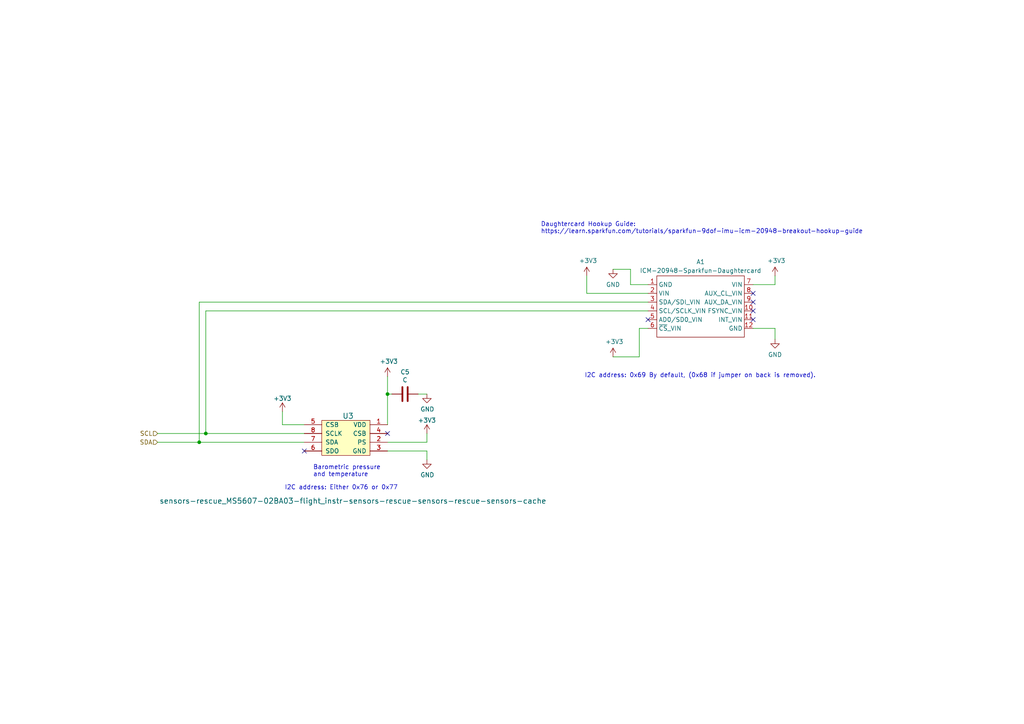
<source format=kicad_sch>
(kicad_sch (version 20211123) (generator eeschema)
  (paper "A4")
  (lib_symbols
    (symbol "Device:C" (pin_numbers hide) (pin_names (offset 0.254))
      (property "Reference" "C" (at 0.635 2.54 0))
      (property "Value" "C" (at 0.635 -2.54 0))
      (symbol "C_0_1"
        (polyline (pts (xy -2.032 -0.762) (xy 2.032 -0.762)) (stroke (width 0.508)))
        (polyline (pts (xy -2.032 0.762) (xy 2.032 0.762)) (stroke (width 0.508)))
      )
      (symbol "C_1_1"
        (pin passive line (at 0 3.81 270) (length 2.794) (name "~") (number "1"))
        (pin passive line (at 0 -3.81 90) (length 2.794) (name "~") (number "2"))
      )
    )
    (symbol "icm-20948-daughtercard:ICM-20948-Sparkfun-Daughtercard"
      (property "Reference" "A" (at 0 13.462 0))
      (property "Value" "ICM-20948-Sparkfun-Daughtercard" (at 0 11.684 0))
      (symbol "ICM-20948-Sparkfun-Daughtercard_0_1"
        (rectangle (start -12.7 10.16) (end 12.7 -7.62))
      )
      (symbol "ICM-20948-Sparkfun-Daughtercard_1_1"
        (pin power_in line (at -15.24 7.62 0) (length 2.54) (name "GND") (number "1"))
        (pin output line (at 15.24 0 180) (length 2.54) (name "FSYNC_VIN") (number "10"))
        (pin output line (at 15.24 -2.54 180) (length 2.54) (name "INT_VIN") (number "11"))
        (pin power_in line (at 15.24 -5.08 180) (length 2.54) (name "GND") (number "12"))
        (pin power_in line (at -15.24 5.08 0) (length 2.54) (name "VIN") (number "2"))
        (pin input line (at -15.24 2.54 0) (length 2.54) (name "SDA/SDI_VIN") (number "3"))
        (pin input line (at -15.24 0 0) (length 2.54) (name "SCL/SCLK_VIN") (number "4"))
        (pin input line (at -15.24 -2.54 0) (length 2.54) (name "AD0/SD0_VIN") (number "5"))
        (pin input line (at -15.24 -5.08 0) (length 2.54) (name "~{CS}_VIN") (number "6"))
        (pin power_in line (at 15.24 7.62 180) (length 2.54) (name "VIN") (number "7"))
        (pin power_in line (at 15.24 5.08 180) (length 2.54) (name "AUX_CL_VIN") (number "8"))
        (pin output line (at 15.24 2.54 180) (length 2.54) (name "AUX_DA_VIN") (number "9"))
      )
    )
    (symbol "power:+3V3" (power) (pin_names (offset 0))
      (property "Value" "+3V3" (at 0 3.556 0))
      (symbol "+3V3_0_1"
        (polyline (pts (xy -0.762 1.27) (xy 0 2.54)))
        (polyline (pts (xy 0 0) (xy 0 2.54)))
        (polyline (pts (xy 0 2.54) (xy 0.762 1.27)))
      )
      (symbol "+3V3_1_1"
        (pin power_in line (at 0 0 90) (length 0) hide (name "+3V3") (number "1"))
      )
    )
    (symbol "power:GND" (power) (pin_names (offset 0))
      (property "Value" "GND" (at 0 -3.81 0))
      (symbol "GND_0_1"
        (polyline (pts (xy 0 0) (xy 0 -1.27) (xy 1.27 -1.27) (xy 0 -2.54) (xy -1.27 -1.27) (xy 0 -1.27)))
      )
      (symbol "GND_1_1"
        (pin power_in line (at 0 0 270) (length 0) hide (name "GND") (number "1"))
      )
    )
    (symbol "sensors-rescue:sensors-rescue_MS5607-02BA03-flight_instr-sensors-rescue-sensors-rescue-sensors-cache" (pin_names (offset 1.016))
      (property "Reference" "U" (at -5.08 13.97 0))
      (property "Value" "sensors-rescue_MS5607-02BA03-flight_instr-sensors-rescue-sensors-rescue-sensors-cache" (at 1.27 0 0))
      (symbol "sensors-rescue_MS5607-02BA03-flight_instr-sensors-rescue-sensors-rescue-sensors-cache_0_1"
        (rectangle (start -6.35 12.7) (end 7.62 2.54) (fill (type background)))
      )
      (symbol "sensors-rescue_MS5607-02BA03-flight_instr-sensors-rescue-sensors-rescue-sensors-cache_1_1"
        (pin input line (at -11.43 11.43 0) (length 5.08) (name "VDD") (number "1"))
        (pin input line (at -11.43 6.35 0) (length 5.08) (name "PS") (number "2"))
        (pin input line (at -11.43 3.81 0) (length 5.08) (name "GND") (number "3"))
        (pin input line (at -11.43 8.89 0) (length 5.08) (name "CSB") (number "4"))
        (pin input line (at 12.7 11.43 180) (length 5.08) (name "CSB") (number "5"))
        (pin input line (at 12.7 3.81 180) (length 5.08) (name "SDO") (number "6"))
        (pin input line (at 12.7 6.35 180) (length 5.08) (name "SDA") (number "7"))
        (pin input line (at 12.7 8.89 180) (length 5.08) (name "SCLK") (number "8"))
      )
    )
  )
  (junction (at 57.785 128.27))
  (junction (at 59.69 125.73))
  (junction (at 112.395 114.3))
  (no_connect (at 218.44 90.17))
  (no_connect (at 88.265 130.81))
  (no_connect (at 112.395 125.73))
  (no_connect (at 218.44 92.71))
  (no_connect (at 218.44 87.63))
  (no_connect (at 187.96 92.71))
  (no_connect (at 218.44 85.09))
  (wire (pts (xy 59.69 125.73) (xy 59.69 90.17)))
  (wire (pts (xy 218.44 95.25) (xy 224.79 95.25)))
  (wire (pts (xy 112.395 109.22) (xy 112.395 114.3)))
  (wire (pts (xy 57.785 87.63) (xy 57.785 128.27)))
  (wire (pts (xy 121.285 114.3) (xy 123.825 114.3)))
  (wire (pts (xy 112.395 128.27) (xy 123.825 128.27)))
  (wire (pts (xy 81.915 123.19) (xy 88.265 123.19)))
  (wire (pts (xy 187.96 85.09) (xy 170.18 85.09)))
  (wire (pts (xy 45.72 125.73) (xy 59.69 125.73)))
  (wire (pts (xy 187.96 82.55) (xy 182.88 82.55)))
  (wire (pts (xy 224.79 98.425) (xy 224.79 95.25)))
  (wire (pts (xy 218.44 82.55) (xy 224.79 82.55)))
  (wire (pts (xy 123.825 133.35) (xy 123.825 130.81)))
  (wire (pts (xy 185.42 95.25) (xy 187.96 95.25)))
  (wire (pts (xy 182.88 78.105) (xy 177.8 78.105)))
  (wire (pts (xy 59.69 90.17) (xy 187.96 90.17)))
  (wire (pts (xy 112.395 130.81) (xy 123.825 130.81)))
  (wire (pts (xy 123.825 125.73) (xy 123.825 128.27)))
  (wire (pts (xy 185.42 103.505) (xy 177.8 103.505)))
  (wire (pts (xy 185.42 95.25) (xy 185.42 103.505)))
  (wire (pts (xy 112.395 114.3) (xy 113.665 114.3)))
  (wire (pts (xy 224.79 82.55) (xy 224.79 80.01)))
  (wire (pts (xy 57.785 128.27) (xy 88.265 128.27)))
  (wire (pts (xy 112.395 114.3) (xy 112.395 123.19)))
  (wire (pts (xy 187.96 87.63) (xy 57.785 87.63)))
  (wire (pts (xy 182.88 82.55) (xy 182.88 78.105)))
  (wire (pts (xy 170.18 85.09) (xy 170.18 80.01)))
  (wire (pts (xy 59.69 125.73) (xy 88.265 125.73)))
  (wire (pts (xy 81.915 119.38) (xy 81.915 123.19)))
  (wire (pts (xy 45.72 128.27) (xy 57.785 128.27)))
  (text "Daughtercard Hookup Guide:\nhttps://learn.sparkfun.com/tutorials/sparkfun-9dof-imu-icm-20948-breakout-hookup-guide" (at 156.845 67.945 0) (effects (font (size 1.27 1.27)) (justify left bottom)))
  (text "I2C address: 0x69 By default, (0x68 if jumper on back is removed).\n\n" (at 169.545 111.76 0) (effects (font (size 1.27 1.27)) (justify left bottom)))
  (text "I2C address: Either 0x76 or 0x77" (at 82.55 142.24 0) (effects (font (size 1.27 1.27)) (justify left bottom)))
  (text "Barometric pressure\nand temperature" (at 90.805 138.43 0) (effects (font (size 1.27 1.27)) (justify left bottom)))
  (hierarchical_label "SCL" (shape input) (at 45.72 125.73 180))
  (hierarchical_label "SDA" (shape input) (at 45.72 128.27 180))
  (symbol (lib_id "sensors-rescue:sensors-rescue_MS5607-02BA03-flight_instr-sensors-rescue-sensors-rescue-sensors-cache") (at 100.965 134.62 0) (mirror y) (unit 1)
    (property "Reference" "U3" (at 100.965 120.65 0) (effects (font (size 1.524 1.524))))
    (property "Value" "sensors-rescue_MS5607-02BA03-flight_instr-sensors-rescue-sensors-rescue-sensors-cache" (at 102.362 145.288 0) (effects (font (size 1.524 1.524))))
    (property "Footprint" "flight_instr:MS560702BA03" (effects hide))
  )
  (symbol (lib_id "power:GND") (at 123.825 133.35 0) (unit 1)
    (property "Reference" "#PWR018" (effects hide))
    (property "Value" "GND" (at 123.952 137.7442 0))
  )
  (symbol (lib_id "Device:C") (at 117.475 114.3 270) (unit 1)
    (property "Reference" "C5" (at 117.475 107.8992 90))
    (property "Value" "C" (at 117.475 110.2106 90))
    (property "Footprint" "Capacitor_SMD:C_0805_2012Metric_Pad1.15x1.40mm_HandSolder" (effects hide))
  )
  (symbol (lib_id "power:GND") (at 123.825 114.3 0) (unit 1)
    (property "Reference" "#PWR016" (effects hide))
    (property "Value" "GND" (at 123.952 118.6942 0))
  )
  (symbol (lib_id "power:+3V3") (at 81.915 119.38 0) (unit 1)
    (property "Reference" "#PWR014" (effects hide))
    (property "Value" "+3V3" (at 81.915 115.57 0))
  )
  (symbol (lib_id "power:+3V3") (at 112.395 109.22 0) (unit 1)
    (property "Reference" "#PWR015" (effects hide))
    (property "Value" "+3V3" (at 112.776 104.8258 0))
  )
  (symbol (lib_id "power:+3V3") (at 123.825 125.73 0) (unit 1)
    (property "Reference" "#PWR017" (effects hide))
    (property "Value" "+3V3" (at 123.825 121.92 0))
  )
  (symbol (lib_id "power:+3V3") (at 170.18 80.01 0) (unit 1)
    (property "Reference" "#PWR?" (effects hide))
    (property "Value" "+3V3" (at 170.561 75.6158 0))
  )
  (symbol (lib_id "power:+3V3") (at 224.79 80.01 0) (unit 1)
    (property "Reference" "#PWR?" (effects hide))
    (property "Value" "+3V3" (at 225.171 75.6158 0))
  )
  (symbol (lib_id "icm-20948-daughtercard:ICM-20948-Sparkfun-Daughtercard") (at 203.2 90.17 0) (unit 1)
    (property "Reference" "A1" (at 203.2 75.946 0))
    (property "Value" "ICM-20948-Sparkfun-Daughtercard" (at 203.2 78.486 0))
    (property "Datasheet" "https://www.sparkfun.com/products/15335" (effects hide))
  )
  (symbol (lib_id "power:GND") (at 177.8 78.105 0) (unit 1)
    (property "Reference" "#PWR?" (effects hide))
    (property "Value" "GND" (at 177.8 82.55 0))
  )
  (symbol (lib_id "power:+3V3") (at 177.8 103.505 0) (unit 1)
    (property "Reference" "#PWR?" (effects hide))
    (property "Value" "+3V3" (at 178.181 99.1108 0))
  )
  (symbol (lib_id "power:GND") (at 224.79 98.425 0) (unit 1)
    (property "Reference" "#PWR?" (effects hide))
    (property "Value" "GND" (at 224.79 102.87 0))
  )
)
</source>
